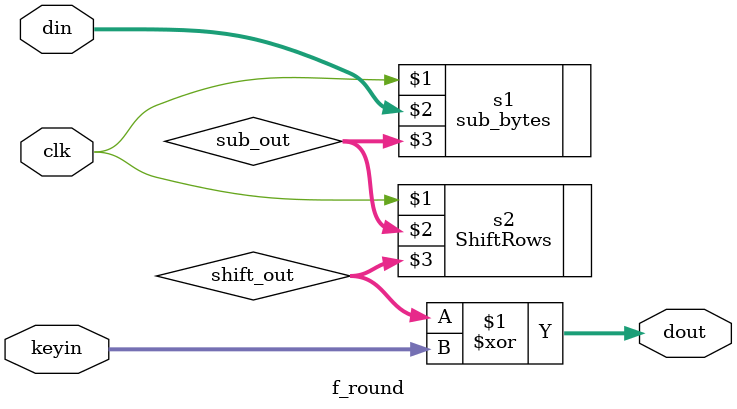
<source format=v>
module round(input clk, input [127:0]din, input [127:0]keyin,output [127:0]dout);
wire [127:0] sub_out, shift_out, mix_out;

sub_bytes  step1(clk, din,sub_out );
ShiftRows  step2(clk, sub_out,shift_out);
mixcolumns step3(clk, shift_out,mix_out);
assign dout = mix_out ^ keyin;
endmodule

module f_round(input clk,input [127:0]din, input [127:0]keyin,output [127:0]dout);
wire [127:0] sub_out, shift_out;

sub_bytes  s1(clk, din,sub_out );
ShiftRows  s2(clk, sub_out,shift_out);
assign dout = shift_out ^ keyin;
endmodule
</source>
